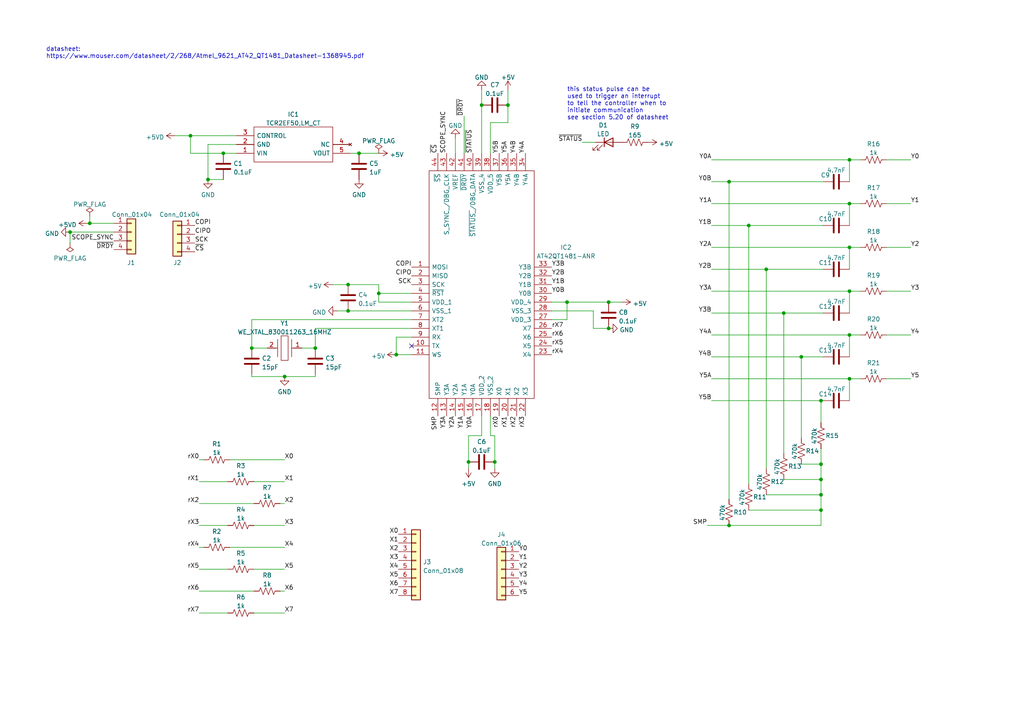
<source format=kicad_sch>
(kicad_sch (version 20211123) (generator eeschema)
  (paper "A4")
  (lib_symbols
    (symbol "Connector_Generic:Conn_01x04" (pin_names (offset 1.016) hide)
      (property "Reference" "J" (at 0 5.08 0))
      (property "Value" "Conn_01x04" (at 0 -7.62 0))
      (symbol "Conn_01x04_1_1"
        (rectangle (start -1.27 -4.953) (end 0 -5.207) (stroke (width 0.1524)))
        (rectangle (start -1.27 -2.413) (end 0 -2.667) (stroke (width 0.1524)))
        (rectangle (start -1.27 0.127) (end 0 -0.127) (stroke (width 0.1524)))
        (rectangle (start -1.27 2.667) (end 0 2.413) (stroke (width 0.1524)))
        (rectangle (start -1.27 3.81) (end 1.27 -6.35) (stroke (width 0.254)) (fill (type background)))
        (pin passive line (at -5.08 2.54 0) (length 3.81) (name "Pin_1") (number "1"))
        (pin passive line (at -5.08 0 0) (length 3.81) (name "Pin_2") (number "2"))
        (pin passive line (at -5.08 -2.54 0) (length 3.81) (name "Pin_3") (number "3"))
        (pin passive line (at -5.08 -5.08 0) (length 3.81) (name "Pin_4") (number "4"))
      )
    )
    (symbol "Connector_Generic:Conn_01x06" (pin_names (offset 1.016) hide)
      (property "Reference" "J" (at 0 7.62 0))
      (property "Value" "Conn_01x06" (at 0 -10.16 0))
      (symbol "Conn_01x06_1_1"
        (rectangle (start -1.27 -7.493) (end 0 -7.747) (stroke (width 0.1524)))
        (rectangle (start -1.27 -4.953) (end 0 -5.207) (stroke (width 0.1524)))
        (rectangle (start -1.27 -2.413) (end 0 -2.667) (stroke (width 0.1524)))
        (rectangle (start -1.27 0.127) (end 0 -0.127) (stroke (width 0.1524)))
        (rectangle (start -1.27 2.667) (end 0 2.413) (stroke (width 0.1524)))
        (rectangle (start -1.27 5.207) (end 0 4.953) (stroke (width 0.1524)))
        (rectangle (start -1.27 6.35) (end 1.27 -8.89) (stroke (width 0.254)) (fill (type background)))
        (pin passive line (at -5.08 5.08 0) (length 3.81) (name "Pin_1") (number "1"))
        (pin passive line (at -5.08 2.54 0) (length 3.81) (name "Pin_2") (number "2"))
        (pin passive line (at -5.08 0 0) (length 3.81) (name "Pin_3") (number "3"))
        (pin passive line (at -5.08 -2.54 0) (length 3.81) (name "Pin_4") (number "4"))
        (pin passive line (at -5.08 -5.08 0) (length 3.81) (name "Pin_5") (number "5"))
        (pin passive line (at -5.08 -7.62 0) (length 3.81) (name "Pin_6") (number "6"))
      )
    )
    (symbol "Connector_Generic:Conn_01x08" (pin_names (offset 1.016) hide)
      (property "Reference" "J" (at 0 10.16 0))
      (property "Value" "Conn_01x08" (at 0 -12.7 0))
      (symbol "Conn_01x08_1_1"
        (rectangle (start -1.27 -10.033) (end 0 -10.287) (stroke (width 0.1524)))
        (rectangle (start -1.27 -7.493) (end 0 -7.747) (stroke (width 0.1524)))
        (rectangle (start -1.27 -4.953) (end 0 -5.207) (stroke (width 0.1524)))
        (rectangle (start -1.27 -2.413) (end 0 -2.667) (stroke (width 0.1524)))
        (rectangle (start -1.27 0.127) (end 0 -0.127) (stroke (width 0.1524)))
        (rectangle (start -1.27 2.667) (end 0 2.413) (stroke (width 0.1524)))
        (rectangle (start -1.27 5.207) (end 0 4.953) (stroke (width 0.1524)))
        (rectangle (start -1.27 7.747) (end 0 7.493) (stroke (width 0.1524)))
        (rectangle (start -1.27 8.89) (end 1.27 -11.43) (stroke (width 0.254)) (fill (type background)))
        (pin passive line (at -5.08 7.62 0) (length 3.81) (name "Pin_1") (number "1"))
        (pin passive line (at -5.08 5.08 0) (length 3.81) (name "Pin_2") (number "2"))
        (pin passive line (at -5.08 2.54 0) (length 3.81) (name "Pin_3") (number "3"))
        (pin passive line (at -5.08 0 0) (length 3.81) (name "Pin_4") (number "4"))
        (pin passive line (at -5.08 -2.54 0) (length 3.81) (name "Pin_5") (number "5"))
        (pin passive line (at -5.08 -5.08 0) (length 3.81) (name "Pin_6") (number "6"))
        (pin passive line (at -5.08 -7.62 0) (length 3.81) (name "Pin_7") (number "7"))
        (pin passive line (at -5.08 -10.16 0) (length 3.81) (name "Pin_8") (number "8"))
      )
    )
    (symbol "Device:C" (pin_numbers hide) (pin_names (offset 0.254))
      (property "Reference" "C" (at 0.635 2.54 0))
      (property "Value" "C" (at 0.635 -2.54 0))
      (symbol "C_0_1"
        (polyline (pts (xy -2.032 -0.762) (xy 2.032 -0.762)) (stroke (width 0.508)))
        (polyline (pts (xy -2.032 0.762) (xy 2.032 0.762)) (stroke (width 0.508)))
      )
      (symbol "C_1_1"
        (pin passive line (at 0 3.81 270) (length 2.794) (name "~") (number "1"))
        (pin passive line (at 0 -3.81 90) (length 2.794) (name "~") (number "2"))
      )
    )
    (symbol "Device:LED" (pin_numbers hide) (pin_names (offset 1.016) hide)
      (property "Reference" "D" (at 0 2.54 0))
      (property "Value" "LED" (at 0 -2.54 0))
      (symbol "LED_0_1"
        (polyline (pts (xy -1.27 -1.27) (xy -1.27 1.27)) (stroke (width 0.254)))
        (polyline (pts (xy -1.27 0) (xy 1.27 0)))
        (polyline (pts (xy 1.27 -1.27) (xy 1.27 1.27) (xy -1.27 0) (xy 1.27 -1.27)) (stroke (width 0.254)))
        (polyline (pts (xy -3.048 -0.762) (xy -4.572 -2.286) (xy -3.81 -2.286) (xy -4.572 -2.286) (xy -4.572 -1.524)))
        (polyline (pts (xy -1.778 -0.762) (xy -3.302 -2.286) (xy -2.54 -2.286) (xy -3.302 -2.286) (xy -3.302 -1.524)))
      )
      (symbol "LED_1_1"
        (pin passive line (at -3.81 0 0) (length 2.54) (name "K") (number "1"))
        (pin passive line (at 3.81 0 180) (length 2.54) (name "A") (number "2"))
      )
    )
    (symbol "Device:R_US" (pin_numbers hide) (pin_names (offset 0))
      (property "Reference" "R" (at 2.54 0 90))
      (property "Value" "R_US" (at -2.54 0 90))
      (symbol "R_US_0_1"
        (polyline (pts (xy 0 -2.286) (xy 0 -2.54)))
        (polyline (pts (xy 0 2.286) (xy 0 2.54)))
        (polyline (pts (xy 0 -0.762) (xy 1.016 -1.143) (xy 0 -1.524) (xy -1.016 -1.905) (xy 0 -2.286)))
        (polyline (pts (xy 0 0.762) (xy 1.016 0.381) (xy 0 0) (xy -1.016 -0.381) (xy 0 -0.762)))
        (polyline (pts (xy 0 2.286) (xy 1.016 1.905) (xy 0 1.524) (xy -1.016 1.143) (xy 0 0.762)))
      )
      (symbol "R_US_1_1"
        (pin passive line (at 0 3.81 270) (length 1.27) (name "~") (number "1"))
        (pin passive line (at 0 -3.81 90) (length 1.27) (name "~") (number "2"))
      )
    )
    (symbol "asmr-kicad:AT42QT1481-ANR" (pin_names (offset 0.762))
      (property "Reference" "IC" (at 36.83 33.02 0))
      (property "Value" "AT42QT1481-ANR" (at 36.83 30.48 0))
      (symbol "AT42QT1481-ANR_0_0"
        (pin passive line (at 0 0 0) (length 5.08) (name "MOSI") (number "1"))
        (pin passive line (at 0 -22.86 0) (length 5.08) (name "TX") (number "10"))
        (pin passive line (at 0 -25.4 0) (length 5.08) (name "WS") (number "11"))
        (pin passive line (at 7.62 -43.18 90) (length 5.08) (name "SMP") (number "12"))
        (pin passive line (at 10.16 -43.18 90) (length 5.08) (name "Y3A") (number "13"))
        (pin passive line (at 12.7 -43.18 90) (length 5.08) (name "Y2A") (number "14"))
        (pin passive line (at 15.24 -43.18 90) (length 5.08) (name "Y1A") (number "15"))
        (pin passive line (at 17.78 -43.18 90) (length 5.08) (name "Y0A") (number "16"))
        (pin passive line (at 20.32 -43.18 90) (length 5.08) (name "VDD_2") (number "17"))
        (pin passive line (at 22.86 -43.18 90) (length 5.08) (name "VSS_2") (number "18"))
        (pin passive line (at 25.4 -43.18 90) (length 5.08) (name "X0") (number "19"))
        (pin passive line (at 0 -2.54 0) (length 5.08) (name "MISO") (number "2"))
        (pin passive line (at 27.94 -43.18 90) (length 5.08) (name "X1") (number "20"))
        (pin passive line (at 30.48 -43.18 90) (length 5.08) (name "X2") (number "21"))
        (pin passive line (at 33.02 -43.18 90) (length 5.08) (name "X3") (number "22"))
        (pin passive line (at 40.64 -25.4 180) (length 5.08) (name "X4") (number "23"))
        (pin passive line (at 40.64 -22.86 180) (length 5.08) (name "X5") (number "24"))
        (pin passive line (at 40.64 -20.32 180) (length 5.08) (name "X6") (number "25"))
        (pin passive line (at 40.64 -17.78 180) (length 5.08) (name "X7") (number "26"))
        (pin passive line (at 40.64 -15.24 180) (length 5.08) (name "VDD_3") (number "27"))
        (pin passive line (at 40.64 -12.7 180) (length 5.08) (name "VSS_3") (number "28"))
        (pin passive line (at 40.64 -10.16 180) (length 5.08) (name "VDD_4") (number "29"))
        (pin passive line (at 0 -5.08 0) (length 5.08) (name "SCK") (number "3"))
        (pin passive line (at 40.64 -7.62 180) (length 5.08) (name "Y0B") (number "30"))
        (pin passive line (at 40.64 -5.08 180) (length 5.08) (name "Y1B") (number "31"))
        (pin passive line (at 40.64 -2.54 180) (length 5.08) (name "Y2B") (number "32"))
        (pin passive line (at 40.64 0 180) (length 5.08) (name "Y3B") (number "33"))
        (pin passive line (at 33.02 33.02 270) (length 5.08) (name "Y4A") (number "34"))
        (pin passive line (at 30.48 33.02 270) (length 5.08) (name "Y4B") (number "35"))
        (pin passive line (at 27.94 33.02 270) (length 5.08) (name "Y5A") (number "36"))
        (pin passive line (at 25.4 33.02 270) (length 5.08) (name "Y5B") (number "37"))
        (pin passive line (at 22.86 33.02 270) (length 5.08) (name "VDD_5") (number "38"))
        (pin passive line (at 20.32 33.02 270) (length 5.08) (name "VSS_4") (number "39"))
        (pin passive line (at 0 -7.62 0) (length 5.08) (name "~{RST}") (number "4"))
        (pin passive line (at 17.78 33.02 270) (length 5.08) (name "~{STATUS_}/DBG_DATA") (number "40"))
        (pin passive line (at 15.24 33.02 270) (length 5.08) (name "~{DRDY}") (number "41"))
        (pin passive line (at 12.7 33.02 270) (length 5.08) (name "VREF") (number "42"))
        (pin passive line (at 10.16 33.02 270) (length 5.08) (name "S_SYNC_/DBG_CLK") (number "43"))
        (pin passive line (at 7.62 33.02 270) (length 5.08) (name "~{SS}") (number "44"))
        (pin passive line (at 0 -10.16 0) (length 5.08) (name "VDD_1") (number "5"))
        (pin passive line (at 0 -12.7 0) (length 5.08) (name "VSS_1") (number "6"))
        (pin passive line (at 0 -15.24 0) (length 5.08) (name "XT2") (number "7"))
        (pin passive line (at 0 -17.78 0) (length 5.08) (name "XT1") (number "8"))
        (pin passive line (at 0 -20.32 0) (length 5.08) (name "RX") (number "9"))
      )
      (symbol "AT42QT1481-ANR_0_1"
        (polyline (pts (xy 5.08 27.94) (xy 35.56 27.94) (xy 35.56 -38.1) (xy 5.08 -38.1) (xy 5.08 27.94)) (stroke (width 0.1524)))
      )
    )
    (symbol "asmr-kicad:TCR2EF50,LM_CT" (pin_names (offset 0.762))
      (property "Reference" "IC" (at 29.21 7.62 0))
      (property "Value" "TCR2EF50,LM_CT" (at 29.21 5.08 0))
      (symbol "TCR2EF50,LM_CT_0_0"
        (pin passive line (at 0 0 0) (length 5.08) (name "VIN") (number "1"))
        (pin passive line (at 0 -2.54 0) (length 5.08) (name "GND") (number "2"))
        (pin passive line (at 0 -5.08 0) (length 5.08) (name "CONTROL") (number "3"))
        (pin no_connect line (at 33.02 -2.54 180) (length 5.08) (name "NC") (number "4"))
        (pin passive line (at 33.02 0 180) (length 5.08) (name "VOUT") (number "5"))
      )
      (symbol "TCR2EF50,LM_CT_0_1"
        (polyline (pts (xy 5.08 2.54) (xy 27.94 2.54) (xy 27.94 -7.62) (xy 5.08 -7.62) (xy 5.08 2.54)) (stroke (width 0.1524)))
      )
    )
    (symbol "asmr-kicad:WE_XTAL_830011263_16MHZ" (pin_names (offset 0.762))
      (property "Reference" "Y" (at 8.89 6.35 0))
      (property "Value" "WE_XTAL_830011263_16MHZ" (at 8.89 3.81 0))
      (symbol "WE_XTAL_830011263_16MHZ_0_0"
        (pin passive line (at 10.16 0 180) (length 2.54) (name "~") (number "1"))
        (pin passive line (at 0 0 0) (length 2.54) (name "~") (number "2"))
      )
      (symbol "WE_XTAL_830011263_16MHZ_0_1"
        (polyline (pts (xy 3.048 0) (xy 2.54 0)) (stroke (width 0.1524)))
        (polyline (pts (xy 3.048 2.54) (xy 3.048 -2.54)) (stroke (width 0.1524)))
        (polyline (pts (xy 7.112 0) (xy 7.62 0)) (stroke (width 0.1524)))
        (polyline (pts (xy 7.112 2.54) (xy 7.112 -2.54)) (stroke (width 0.1524)))
        (polyline (pts (xy 4.064 3.556) (xy 4.064 -3.556) (xy 6.096 -3.556) (xy 6.096 3.556) (xy 4.064 3.556)) (stroke (width 0.1524)))
      )
    )
    (symbol "power:+5V" (power) (pin_names (offset 0))
      (property "Value" "+5V" (at 0 3.556 0))
      (symbol "+5V_0_1"
        (polyline (pts (xy -0.762 1.27) (xy 0 2.54)))
        (polyline (pts (xy 0 0) (xy 0 2.54)))
        (polyline (pts (xy 0 2.54) (xy 0.762 1.27)))
      )
      (symbol "+5V_1_1"
        (pin power_in line (at 0 0 90) (length 0) hide (name "+5V") (number "1"))
      )
    )
    (symbol "power:+5VD" (power) (pin_names (offset 0))
      (property "Value" "+5VD" (at 0 3.556 0))
      (symbol "+5VD_0_1"
        (polyline (pts (xy -0.762 1.27) (xy 0 2.54)))
        (polyline (pts (xy 0 0) (xy 0 2.54)))
        (polyline (pts (xy 0 2.54) (xy 0.762 1.27)))
      )
      (symbol "+5VD_1_1"
        (pin power_in line (at 0 0 90) (length 0) hide (name "+5VD") (number "1"))
      )
    )
    (symbol "power:GND" (power) (pin_names (offset 0))
      (property "Value" "GND" (at 0 -3.81 0))
      (symbol "GND_0_1"
        (polyline (pts (xy 0 0) (xy 0 -1.27) (xy 1.27 -1.27) (xy 0 -2.54) (xy -1.27 -1.27) (xy 0 -1.27)))
      )
      (symbol "GND_1_1"
        (pin power_in line (at 0 0 270) (length 0) hide (name "GND") (number "1"))
      )
    )
    (symbol "power:PWR_FLAG" (power) (pin_numbers hide) (pin_names (offset 0) hide)
      (property "Value" "PWR_FLAG" (at 0 3.81 0))
      (symbol "PWR_FLAG_0_0"
        (pin power_out line (at 0 0 90) (length 0) (name "pwr") (number "1"))
      )
      (symbol "PWR_FLAG_0_1"
        (polyline (pts (xy 0 0) (xy 0 1.27) (xy -1.016 1.905) (xy 0 2.54) (xy 1.016 1.905) (xy 0 1.27)))
      )
    )
  )
  (junction (at 143.51 133.985))
  (junction (at 238.125 147.955))
  (junction (at 246.38 46.355))
  (junction (at 246.38 71.755))
  (junction (at 135.89 133.985))
  (junction (at 176.53 95.25))
  (junction (at 238.125 134.62))
  (junction (at 238.125 139.065))
  (junction (at 100.965 82.55))
  (junction (at 64.77 44.45))
  (junction (at 55.245 39.37))
  (junction (at 222.25 78.105))
  (junction (at 139.7 30.48))
  (junction (at 100.965 90.17))
  (junction (at 147.32 30.48))
  (junction (at 211.455 152.4))
  (junction (at 246.38 109.855))
  (junction (at 246.38 97.155))
  (junction (at 227.33 90.805))
  (junction (at 60.325 52.07))
  (junction (at 238.125 143.51))
  (junction (at 217.17 65.405))
  (junction (at 82.55 109.22))
  (junction (at 246.38 59.055))
  (junction (at 238.125 116.205))
  (junction (at 104.14 44.45))
  (junction (at 232.41 103.505))
  (junction (at 114.935 102.87))
  (junction (at 109.855 85.09))
  (junction (at 26.035 64.77))
  (junction (at 73.025 100.965))
  (junction (at 246.38 84.455))
  (junction (at 164.465 87.63))
  (junction (at 176.53 87.63))
  (junction (at 20.32 67.31))
  (junction (at 91.44 100.965))
  (junction (at 211.455 52.705))
  (no_connect (at 119.38 100.33))
  (wire (pts (xy 206.375 52.705) (xy 211.455 52.705)))
  (wire (pts (xy 96.52 82.55) (xy 100.965 82.55)))
  (wire (pts (xy 147.32 30.48) (xy 147.32 35.56)))
  (wire (pts (xy 57.785 139.7) (xy 66.04 139.7)))
  (wire (pts (xy 257.175 84.455) (xy 264.16 84.455)))
  (wire (pts (xy 222.25 143.51) (xy 238.125 143.51)))
  (wire (pts (xy 172.085 90.17) (xy 172.085 95.25)))
  (wire (pts (xy 246.38 109.855) (xy 249.555 109.855)))
  (wire (pts (xy 20.32 67.31) (xy 33.02 67.31)))
  (wire (pts (xy 60.325 41.91) (xy 60.325 52.07)))
  (wire (pts (xy 246.38 46.355) (xy 246.38 52.705)))
  (wire (pts (xy 206.375 78.105) (xy 222.25 78.105)))
  (wire (pts (xy 160.02 87.63) (xy 164.465 87.63)))
  (wire (pts (xy 55.245 39.37) (xy 68.58 39.37)))
  (wire (pts (xy 73.66 152.4) (xy 82.55 152.4)))
  (wire (pts (xy 109.855 87.63) (xy 119.38 87.63)))
  (wire (pts (xy 50.8 39.37) (xy 55.245 39.37)))
  (wire (pts (xy 91.44 95.25) (xy 119.38 95.25)))
  (wire (pts (xy 81.28 146.05) (xy 82.55 146.05)))
  (wire (pts (xy 100.965 90.17) (xy 119.38 90.17)))
  (wire (pts (xy 206.375 59.055) (xy 246.38 59.055)))
  (wire (pts (xy 238.125 152.4) (xy 238.125 147.955)))
  (wire (pts (xy 227.33 139.065) (xy 238.125 139.065)))
  (wire (pts (xy 73.66 165.1) (xy 82.55 165.1)))
  (wire (pts (xy 57.785 158.75) (xy 59.055 158.75)))
  (wire (pts (xy 246.38 109.855) (xy 246.38 116.205)))
  (wire (pts (xy 142.24 126.365) (xy 142.24 120.65)))
  (wire (pts (xy 143.51 133.985) (xy 143.51 135.89)))
  (wire (pts (xy 64.77 44.45) (xy 68.58 44.45)))
  (wire (pts (xy 73.025 100.965) (xy 77.47 100.965)))
  (wire (pts (xy 238.125 134.62) (xy 238.125 139.065)))
  (wire (pts (xy 109.855 82.55) (xy 109.855 85.09)))
  (wire (pts (xy 147.32 35.56) (xy 142.24 35.56)))
  (wire (pts (xy 68.58 41.91) (xy 60.325 41.91)))
  (wire (pts (xy 211.455 52.705) (xy 238.76 52.705)))
  (wire (pts (xy 257.175 59.055) (xy 264.16 59.055)))
  (wire (pts (xy 97.79 90.17) (xy 100.965 90.17)))
  (wire (pts (xy 139.7 26.035) (xy 139.7 30.48)))
  (wire (pts (xy 257.175 46.355) (xy 264.16 46.355)))
  (wire (pts (xy 227.33 90.805) (xy 227.33 131.445)))
  (wire (pts (xy 206.375 109.855) (xy 246.38 109.855)))
  (wire (pts (xy 109.855 85.09) (xy 109.855 87.63)))
  (wire (pts (xy 109.855 85.09) (xy 119.38 85.09)))
  (wire (pts (xy 238.125 116.205) (xy 238.76 116.205)))
  (wire (pts (xy 246.38 97.155) (xy 246.38 103.505)))
  (wire (pts (xy 246.38 46.355) (xy 249.555 46.355)))
  (wire (pts (xy 211.455 152.4) (xy 238.125 152.4)))
  (wire (pts (xy 246.38 59.055) (xy 249.555 59.055)))
  (wire (pts (xy 142.24 35.56) (xy 142.24 44.45)))
  (wire (pts (xy 160.02 90.17) (xy 172.085 90.17)))
  (wire (pts (xy 238.125 147.955) (xy 238.125 143.51)))
  (wire (pts (xy 222.25 78.105) (xy 238.76 78.105)))
  (wire (pts (xy 81.28 171.45) (xy 82.55 171.45)))
  (wire (pts (xy 134.62 33.655) (xy 134.62 44.45)))
  (wire (pts (xy 114.935 97.79) (xy 114.935 102.87)))
  (wire (pts (xy 172.085 95.25) (xy 176.53 95.25)))
  (wire (pts (xy 57.785 171.45) (xy 73.66 171.45)))
  (wire (pts (xy 246.38 71.755) (xy 246.38 78.105)))
  (wire (pts (xy 57.785 146.05) (xy 73.66 146.05)))
  (wire (pts (xy 73.025 109.22) (xy 73.025 108.585)))
  (wire (pts (xy 206.375 84.455) (xy 246.38 84.455)))
  (wire (pts (xy 104.14 44.45) (xy 109.855 44.45)))
  (wire (pts (xy 66.675 133.35) (xy 82.55 133.35)))
  (wire (pts (xy 26.035 62.865) (xy 26.035 64.77)))
  (wire (pts (xy 132.08 40.005) (xy 132.08 44.45)))
  (wire (pts (xy 217.17 147.955) (xy 238.125 147.955)))
  (wire (pts (xy 135.89 126.365) (xy 135.89 133.985)))
  (wire (pts (xy 176.53 87.63) (xy 180.34 87.63)))
  (wire (pts (xy 206.375 103.505) (xy 232.41 103.505)))
  (wire (pts (xy 73.66 177.8) (xy 82.55 177.8)))
  (wire (pts (xy 206.375 97.155) (xy 246.38 97.155)))
  (wire (pts (xy 246.38 84.455) (xy 249.555 84.455)))
  (wire (pts (xy 60.325 52.07) (xy 64.77 52.07)))
  (wire (pts (xy 168.91 41.275) (xy 172.72 41.275)))
  (wire (pts (xy 91.44 100.965) (xy 91.44 95.25)))
  (wire (pts (xy 73.025 92.71) (xy 119.38 92.71)))
  (wire (pts (xy 119.38 97.79) (xy 114.935 97.79)))
  (wire (pts (xy 206.375 71.755) (xy 246.38 71.755)))
  (wire (pts (xy 205.105 152.4) (xy 211.455 152.4)))
  (wire (pts (xy 26.035 64.77) (xy 33.02 64.77)))
  (wire (pts (xy 238.125 116.205) (xy 238.125 122.555)))
  (wire (pts (xy 164.465 87.63) (xy 176.53 87.63)))
  (wire (pts (xy 91.44 108.585) (xy 91.44 109.22)))
  (wire (pts (xy 246.38 84.455) (xy 246.38 90.805)))
  (wire (pts (xy 25.4 64.77) (xy 26.035 64.77)))
  (wire (pts (xy 227.33 90.805) (xy 238.76 90.805)))
  (wire (pts (xy 143.51 126.365) (xy 142.24 126.365)))
  (wire (pts (xy 217.17 65.405) (xy 217.17 140.335)))
  (wire (pts (xy 206.375 90.805) (xy 227.33 90.805)))
  (wire (pts (xy 91.44 100.965) (xy 87.63 100.965)))
  (wire (pts (xy 160.02 92.71) (xy 164.465 92.71)))
  (wire (pts (xy 257.175 71.755) (xy 264.16 71.755)))
  (wire (pts (xy 246.38 71.755) (xy 249.555 71.755)))
  (wire (pts (xy 217.17 65.405) (xy 238.76 65.405)))
  (wire (pts (xy 238.125 139.065) (xy 238.125 143.51)))
  (wire (pts (xy 246.38 59.055) (xy 246.38 65.405)))
  (wire (pts (xy 139.7 30.48) (xy 139.7 44.45)))
  (wire (pts (xy 100.965 82.55) (xy 109.855 82.55)))
  (wire (pts (xy 232.41 103.505) (xy 238.76 103.505)))
  (wire (pts (xy 57.785 152.4) (xy 66.04 152.4)))
  (wire (pts (xy 206.375 46.355) (xy 246.38 46.355)))
  (wire (pts (xy 232.41 103.505) (xy 232.41 127)))
  (wire (pts (xy 211.455 52.705) (xy 211.455 144.78)))
  (wire (pts (xy 222.25 78.105) (xy 222.25 135.89)))
  (wire (pts (xy 257.175 97.155) (xy 264.16 97.155)))
  (wire (pts (xy 246.38 97.155) (xy 249.555 97.155)))
  (wire (pts (xy 206.375 65.405) (xy 217.17 65.405)))
  (wire (pts (xy 73.66 139.7) (xy 82.55 139.7)))
  (wire (pts (xy 82.55 109.22) (xy 73.025 109.22)))
  (wire (pts (xy 143.51 133.985) (xy 143.51 126.365)))
  (wire (pts (xy 139.7 126.365) (xy 139.7 120.65)))
  (wire (pts (xy 135.89 126.365) (xy 139.7 126.365)))
  (wire (pts (xy 57.785 133.35) (xy 59.055 133.35)))
  (wire (pts (xy 73.025 100.965) (xy 73.025 92.71)))
  (wire (pts (xy 238.125 130.175) (xy 238.125 134.62)))
  (wire (pts (xy 101.6 44.45) (xy 104.14 44.45)))
  (wire (pts (xy 238.125 134.62) (xy 232.41 134.62)))
  (wire (pts (xy 66.675 158.75) (xy 82.55 158.75)))
  (wire (pts (xy 57.785 177.8) (xy 66.04 177.8)))
  (wire (pts (xy 164.465 92.71) (xy 164.465 87.63)))
  (wire (pts (xy 257.175 109.855) (xy 264.16 109.855)))
  (wire (pts (xy 206.375 116.205) (xy 238.125 116.205)))
  (wire (pts (xy 64.77 44.45) (xy 55.245 44.45)))
  (wire (pts (xy 114.935 102.87) (xy 119.38 102.87)))
  (wire (pts (xy 135.89 133.985) (xy 135.89 135.89)))
  (wire (pts (xy 147.32 26.035) (xy 147.32 30.48)))
  (wire (pts (xy 91.44 109.22) (xy 82.55 109.22)))
  (wire (pts (xy 20.32 67.31) (xy 20.32 70.485)))
  (wire (pts (xy 55.245 44.45) (xy 55.245 39.37)))
  (wire (pts (xy 57.785 165.1) (xy 66.04 165.1)))
  (text "this status pulse can be\nused to trigger an interrupt\nto tell the controller when to\ninitiate communication\nsee section 5.20 of datasheet" (at 164.465 34.925 0) (effects (font (size 1.27 1.27)) (justify left bottom)))
  (text "datasheet:\nhttps://www.mouser.com/datasheet/2/268/Atmel_9621_AT42_QT1481_Datasheet-1368945.pdf" (at 13.335 17.145 0) (effects (font (size 1.27 1.27)) (justify left bottom)))
  (label "Y5B" (at 206.375 116.205 180))
  (label "Y1" (at 150.495 162.56 0))
  (label "X0" (at 115.57 154.94 180))
  (label "Y2A" (at 206.375 71.755 180))
  (label "X6" (at 82.55 171.45 0))
  (label "Y5" (at 264.16 109.855 0))
  (label "rX6" (at 160.02 97.79 0))
  (label "rX5" (at 57.785 165.1 180))
  (label "SCK" (at 56.515 70.485 0))
  (label "~{STATUS}" (at 168.91 41.275 180))
  (label "Y5A" (at 206.375 109.855 180))
  (label "X4" (at 115.57 165.1 180))
  (label "Y0B" (at 206.375 52.705 180))
  (label "~{CS}" (at 127 44.45 90))
  (label "Y2B" (at 206.375 78.105 180))
  (label "rX4" (at 160.02 102.87 0))
  (label "X2" (at 82.55 146.05 0))
  (label "~{DRDY}" (at 33.02 72.39 180))
  (label "Y3" (at 150.495 167.64 0))
  (label "CIPO" (at 119.38 80.01 180))
  (label "Y1A" (at 206.375 59.055 180))
  (label "rX3" (at 152.4 120.65 270))
  (label "Y1" (at 264.16 59.055 0))
  (label "SMP" (at 127 120.65 270))
  (label "Y2" (at 150.495 165.1 0))
  (label "SCOPE_SYNC" (at 33.02 69.85 180))
  (label "Y4B" (at 206.375 103.505 180))
  (label "X2" (at 115.57 160.02 180))
  (label "Y3" (at 264.16 84.455 0))
  (label "Y4" (at 150.495 170.18 0))
  (label "X7" (at 82.55 177.8 0))
  (label "Y5A" (at 147.32 44.45 90))
  (label "Y4A" (at 152.4 44.45 90))
  (label "rX7" (at 160.02 95.25 0))
  (label "X4" (at 82.55 158.75 0))
  (label "rX4" (at 57.785 158.75 180))
  (label "Y0B" (at 160.02 85.09 0))
  (label "rX2" (at 57.785 146.05 180))
  (label "~{STATUS}" (at 137.16 44.45 90))
  (label "rX3" (at 57.785 152.4 180))
  (label "rX2" (at 149.86 120.65 270))
  (label "X5" (at 115.57 167.64 180))
  (label "rX6" (at 57.785 171.45 180))
  (label "~{DRDY}" (at 134.62 33.655 90))
  (label "COPI" (at 56.515 65.405 0))
  (label "Y0A" (at 137.16 120.65 270))
  (label "rX1" (at 57.785 139.7 180))
  (label "X6" (at 115.57 170.18 180))
  (label "X3" (at 115.57 162.56 180))
  (label "Y5" (at 150.495 172.72 0))
  (label "X0" (at 82.55 133.35 0))
  (label "Y5B" (at 144.78 44.45 90))
  (label "Y0A" (at 206.375 46.355 180))
  (label "rX5" (at 160.02 100.33 0))
  (label "Y3B" (at 206.375 90.805 180))
  (label "Y2A" (at 132.08 120.65 270))
  (label "Y1B" (at 206.375 65.405 180))
  (label "Y0" (at 150.495 160.02 0))
  (label "Y3B" (at 160.02 77.47 0))
  (label "SCOPE_SYNC" (at 129.54 44.45 90))
  (label "rX0" (at 57.785 133.35 180))
  (label "~{CS}" (at 56.515 73.025 0))
  (label "Y4" (at 264.16 97.155 0))
  (label "Y0" (at 264.16 46.355 0))
  (label "Y2" (at 264.16 71.755 0))
  (label "Y1A" (at 134.62 120.65 270))
  (label "Y4A" (at 206.375 97.155 180))
  (label "rX0" (at 144.78 120.65 270))
  (label "CIPO" (at 56.515 67.945 0))
  (label "Y4B" (at 149.86 44.45 90))
  (label "X1" (at 82.55 139.7 0))
  (label "rX1" (at 147.32 120.65 270))
  (label "COPI" (at 119.38 77.47 180))
  (label "Y3A" (at 129.54 120.65 270))
  (label "Y2B" (at 160.02 80.01 0))
  (label "Y3A" (at 206.375 84.455 180))
  (label "X3" (at 82.55 152.4 0))
  (label "SCK" (at 119.38 82.55 180))
  (label "X5" (at 82.55 165.1 0))
  (label "X7" (at 115.57 172.72 180))
  (label "rX7" (at 57.785 177.8 180))
  (label "Y1B" (at 160.02 82.55 0))
  (label "X1" (at 115.57 157.48 180))
  (label "SMP" (at 205.105 152.4 180))
  (symbol (lib_id "Connector_Generic:Conn_01x08") (at 120.65 162.56 0) (unit 1)
    (property "Reference" "J3" (at 122.682 162.9953 0) (effects (justify left)))
    (property "Value" "Conn_01x08" (at 122.682 165.5322 0) (effects (justify left)))
    (property "Footprint" "Connector_PinSocket_2.54mm:PinSocket_1x08_P2.54mm_Vertical" (effects hide))
  )
  (symbol (lib_id "power:GND") (at 104.14 52.07 0) (unit 1)
    (property "Reference" "#PWR08" (effects hide))
    (property "Value" "GND" (at 104.14 56.5134 0))
  )
  (symbol (lib_id "power:GND") (at 97.79 90.17 270) (unit 1)
    (property "Reference" "#PWR07" (effects hide))
    (property "Value" "GND" (at 94.6151 90.6038 90) (effects (justify right)))
  )
  (symbol (lib_id "asmr-kicad:WE_XTAL_830011263_16MHZ") (at 77.47 100.965 0) (unit 1)
    (property "Reference" "Y1" (at 82.55 93.76 0))
    (property "Value" "WE_XTAL_830011263_16MHZ" (at 82.55 96.2969 0))
    (property "Footprint" "ASMR_footprints:WE_XTAL_830011263_16MHZ" (effects hide))
    (property "Datasheet" "https://www.we-online.com/catalog/datasheet/830011263.pdf" (effects hide))
    (property "Description" "Crystals WE-XTAL 16.0MHz 50ppm 13.4 x 4.9mm" (effects hide))
    (property "Height" "4.3" (effects hide))
    (property "Mouser Part Number" "710-830011263" (effects hide))
    (property "Mouser Price/Stock" "https://www.mouser.co.uk/ProductDetail/Wurth-Elektronik/830011263?qs=2WXlatMagcEJePdx2I%252BYCg%3D%3D" (effects hide))
    (property "Manufacturer_Name" "Wurth Elektronik" (effects hide))
    (property "Manufacturer_Part_Number" "830011263" (effects hide))
  )
  (symbol (lib_id "power:+5V") (at 180.34 87.63 270) (unit 1)
    (property "Reference" "#PWR017" (effects hide))
    (property "Value" "+5V" (at 183.515 88.0638 90) (effects (justify left)))
  )
  (symbol (lib_id "Device:C") (at 242.57 52.705 90) (unit 1)
    (property "Reference" "C9" (at 239.395 50.8 90))
    (property "Value" "4.7nF" (at 242.57 49.3831 90))
    (property "Footprint" "Capacitor_SMD:C_0603_1608Metric" (effects hide))
  )
  (symbol (lib_id "Device:LED") (at 176.53 41.275 0) (unit 1)
    (property "Reference" "D1" (at 174.9425 36.3052 0))
    (property "Value" "LED" (at 174.9425 38.8421 0))
    (property "Footprint" "LED_SMD:LED_0603_1608Metric" (effects hide))
  )
  (symbol (lib_id "power:GND") (at 132.08 40.005 180) (unit 1)
    (property "Reference" "#PWR011" (effects hide))
    (property "Value" "GND" (at 132.08 36.4292 0))
  )
  (symbol (lib_id "power:+5V") (at 96.52 82.55 90) (unit 1)
    (property "Reference" "#PWR06" (effects hide))
    (property "Value" "+5V" (at 93.3451 82.9838 90) (effects (justify left)))
  )
  (symbol (lib_id "Device:C") (at 64.77 48.26 0) (unit 1)
    (property "Reference" "C1" (at 67.691 47.4253 0) (effects (justify left)))
    (property "Value" "0.1uF" (at 67.691 49.9622 0) (effects (justify left)))
    (property "Footprint" "Capacitor_SMD:C_0603_1608Metric" (effects hide))
  )
  (symbol (lib_id "power:+5VD") (at 25.4 64.77 90) (unit 1)
    (property "Reference" "#PWR02" (effects hide))
    (property "Value" "+5VD" (at 22.2251 65.2038 90) (effects (justify left)))
  )
  (symbol (lib_id "Device:R_US") (at 69.85 139.7 90) (unit 1)
    (property "Reference" "R3" (at 69.85 135.1112 90))
    (property "Value" "1k" (at 69.85 137.6481 90))
    (property "Footprint" "Resistor_SMD:R_0603_1608Metric" (effects hide))
  )
  (symbol (lib_id "Device:R_US") (at 69.85 152.4 90) (unit 1)
    (property "Reference" "R4" (at 69.85 147.8112 90))
    (property "Value" "1k" (at 69.85 150.3481 90))
    (property "Footprint" "Resistor_SMD:R_0603_1608Metric" (effects hide))
  )
  (symbol (lib_id "power:+5V") (at 147.32 26.035 0) (unit 1)
    (property "Reference" "#PWR015" (effects hide))
    (property "Value" "+5V" (at 147.32 22.4592 0))
  )
  (symbol (lib_id "Device:C") (at 242.57 103.505 90) (unit 1)
    (property "Reference" "C13" (at 239.395 101.6 90))
    (property "Value" "4.7nF" (at 242.57 100.1831 90))
    (property "Footprint" "Capacitor_SMD:C_0603_1608Metric" (effects hide))
  )
  (symbol (lib_id "power:GND") (at 176.53 95.25 90) (unit 1)
    (property "Reference" "#PWR016" (effects hide))
    (property "Value" "GND" (at 179.705 95.6838 90) (effects (justify right)))
  )
  (symbol (lib_id "Device:R_US") (at 238.125 126.365 0) (unit 1)
    (property "Reference" "R15" (at 239.395 126.365 0) (effects (justify left)))
    (property "Value" "470k" (at 236.22 128.905 90) (effects (justify left)))
    (property "Footprint" "Resistor_SMD:R_0603_1608Metric" (effects hide))
  )
  (symbol (lib_id "Device:C") (at 100.965 86.36 0) (unit 1)
    (property "Reference" "C4" (at 103.886 85.5253 0) (effects (justify left)))
    (property "Value" "0.1uF" (at 103.886 88.0622 0) (effects (justify left)))
    (property "Footprint" "Capacitor_SMD:C_0603_1608Metric" (effects hide))
  )
  (symbol (lib_id "Device:R_US") (at 211.455 148.59 0) (unit 1)
    (property "Reference" "R10" (at 212.725 148.59 0) (effects (justify left)))
    (property "Value" "470k" (at 209.55 151.13 90) (effects (justify left)))
    (property "Footprint" "Resistor_SMD:R_0603_1608Metric" (effects hide))
  )
  (symbol (lib_id "power:+5V") (at 114.935 102.87 90) (unit 1)
    (property "Reference" "#PWR010" (effects hide))
    (property "Value" "+5V" (at 111.7601 103.3038 90) (effects (justify left)))
  )
  (symbol (lib_id "power:+5V") (at 187.96 41.275 270) (unit 1)
    (property "Reference" "#PWR018" (effects hide))
    (property "Value" "+5V" (at 191.135 41.7088 90) (effects (justify left)))
  )
  (symbol (lib_id "Device:R_US") (at 62.865 133.35 90) (unit 1)
    (property "Reference" "R1" (at 62.865 128.7612 90))
    (property "Value" "1k" (at 62.865 131.2981 90))
    (property "Footprint" "Resistor_SMD:R_0603_1608Metric" (effects hide))
  )
  (symbol (lib_id "power:+5V") (at 135.89 135.89 180) (unit 1)
    (property "Reference" "#PWR012" (effects hide))
    (property "Value" "+5V" (at 135.89 140.3334 0))
  )
  (symbol (lib_id "power:+5V") (at 109.855 44.45 270) (unit 1)
    (property "Reference" "#PWR09" (effects hide))
    (property "Value" "+5V" (at 113.03 44.8838 90) (effects (justify left)))
  )
  (symbol (lib_id "Device:C") (at 143.51 30.48 90) (unit 1)
    (property "Reference" "C7" (at 143.51 24.6212 90))
    (property "Value" "0.1uF" (at 143.51 27.1581 90))
    (property "Footprint" "Capacitor_SMD:C_0603_1608Metric" (effects hide))
  )
  (symbol (lib_id "power:GND") (at 20.32 67.31 270) (unit 1)
    (property "Reference" "#PWR01" (effects hide))
    (property "Value" "GND" (at 17.1451 67.7438 90) (effects (justify right)))
  )
  (symbol (lib_id "power:GND") (at 143.51 135.89 0) (unit 1)
    (property "Reference" "#PWR014" (effects hide))
    (property "Value" "GND" (at 143.51 140.3334 0))
  )
  (symbol (lib_id "Device:R_US") (at 253.365 97.155 90) (unit 1)
    (property "Reference" "R20" (at 253.365 92.5662 90))
    (property "Value" "1k" (at 253.365 95.1031 90))
    (property "Footprint" "Resistor_SMD:R_0603_1608Metric" (effects hide))
  )
  (symbol (lib_id "Device:C") (at 73.025 104.775 0) (unit 1)
    (property "Reference" "C2" (at 75.946 103.9403 0) (effects (justify left)))
    (property "Value" "15pF" (at 75.946 106.4772 0) (effects (justify left)))
    (property "Footprint" "Capacitor_SMD:C_0603_1608Metric" (effects hide))
  )
  (symbol (lib_id "Device:R_US") (at 77.47 146.05 90) (unit 1)
    (property "Reference" "R7" (at 77.47 141.4612 90))
    (property "Value" "1k" (at 77.47 143.9981 90))
    (property "Footprint" "Resistor_SMD:R_0603_1608Metric" (effects hide))
  )
  (symbol (lib_id "Device:C") (at 242.57 90.805 90) (unit 1)
    (property "Reference" "C12" (at 239.395 88.9 90))
    (property "Value" "4.7nF" (at 242.57 87.4831 90))
    (property "Footprint" "Capacitor_SMD:C_0603_1608Metric" (effects hide))
  )
  (symbol (lib_id "power:PWR_FLAG") (at 20.32 70.485 180) (unit 1)
    (property "Reference" "#FLG01" (effects hide))
    (property "Value" "PWR_FLAG" (at 20.32 74.9284 0))
  )
  (symbol (lib_id "Device:C") (at 242.57 65.405 90) (unit 1)
    (property "Reference" "C10" (at 239.395 63.5 90))
    (property "Value" "4.7nF" (at 242.57 62.0831 90))
    (property "Footprint" "Capacitor_SMD:C_0603_1608Metric" (effects hide))
  )
  (symbol (lib_id "power:GND") (at 60.325 52.07 0) (unit 1)
    (property "Reference" "#PWR04" (effects hide))
    (property "Value" "GND" (at 60.325 56.5134 0))
  )
  (symbol (lib_id "Device:R_US") (at 232.41 130.81 0) (unit 1)
    (property "Reference" "R14" (at 233.68 130.81 0) (effects (justify left)))
    (property "Value" "470k" (at 230.505 133.35 90) (effects (justify left)))
    (property "Footprint" "Resistor_SMD:R_0603_1608Metric" (effects hide))
  )
  (symbol (lib_id "Device:C") (at 242.57 116.205 90) (unit 1)
    (property "Reference" "C14" (at 239.395 114.3 90))
    (property "Value" "4.7nF" (at 242.57 112.8831 90))
    (property "Footprint" "Capacitor_SMD:C_0603_1608Metric" (effects hide))
  )
  (symbol (lib_id "Device:C") (at 104.14 48.26 0) (unit 1)
    (property "Reference" "C5" (at 107.061 47.4253 0) (effects (justify left)))
    (property "Value" "1uF" (at 107.061 49.9622 0) (effects (justify left)))
    (property "Footprint" "Capacitor_SMD:C_0603_1608Metric" (effects hide))
  )
  (symbol (lib_id "power:PWR_FLAG") (at 109.855 44.45 0) (unit 1)
    (property "Reference" "#FLG03" (effects hide))
    (property "Value" "PWR_FLAG" (at 109.855 40.8742 0))
  )
  (symbol (lib_id "asmr-kicad:TCR2EF50,LM_CT") (at 68.58 44.45 0) (mirror x) (unit 1)
    (property "Reference" "IC1" (at 85.09 33.181 0))
    (property "Value" "TCR2EF50,LM_CT" (at 85.09 35.7179 0))
    (property "Footprint" "ASMR_footprints:TCR2EF50LMCT" (effects hide))
    (property "Datasheet" "https://toshiba.semicon-storage.com/info/docget.jsp?did=13794&prodName=TCR2EF50" (effects hide))
    (property "Description" "LDO Voltage Regulators 200mA LDO, Vout=5.0V, Dropout=180mV, Iq=35uA, PSRR=73dB, in SOT-25 (SMV) package" (effects hide))
    (property "Height" "1.4" (effects hide))
    (property "Mouser Part Number" "757-TCR2EF50LMCT" (effects hide))
    (property "Mouser Price/Stock" "https://www.mouser.co.uk/ProductDetail/Toshiba/TCR2EF50LMCT?qs=bZr6mbWTK5m4vMduq2OXCA%3D%3D" (effects hide))
    (property "Manufacturer_Name" "Toshiba" (effects hide))
    (property "Manufacturer_Part_Number" "TCR2EF50,LM(CT" (effects hide))
  )
  (symbol (lib_id "Connector_Generic:Conn_01x04") (at 38.1 67.31 0) (unit 1)
    (property "Reference" "J1" (at 36.83 76.2 0) (effects (justify left)))
    (property "Value" "Conn_01x04" (at 32.385 62.23 0) (effects (justify left)))
    (property "Footprint" "Connector_PinHeader_2.54mm:PinHeader_1x04_P2.54mm_Vertical" (effects hide))
  )
  (symbol (lib_id "Device:R_US") (at 69.85 177.8 90) (unit 1)
    (property "Reference" "R6" (at 69.85 173.2112 90))
    (property "Value" "1k" (at 69.85 175.7481 90))
    (property "Footprint" "Resistor_SMD:R_0603_1608Metric" (effects hide))
  )
  (symbol (lib_id "Device:R_US") (at 217.17 144.145 0) (unit 1)
    (property "Reference" "R11" (at 218.44 144.145 0) (effects (justify left)))
    (property "Value" "470k" (at 215.265 146.685 90) (effects (justify left)))
    (property "Footprint" "Resistor_SMD:R_0603_1608Metric" (effects hide))
  )
  (symbol (lib_id "Device:R_US") (at 227.33 135.255 0) (unit 1)
    (property "Reference" "R13" (at 228.6 135.255 0) (effects (justify left)))
    (property "Value" "470k" (at 225.425 137.795 90) (effects (justify left)))
    (property "Footprint" "Resistor_SMD:R_0603_1608Metric" (effects hide))
  )
  (symbol (lib_id "Device:C") (at 242.57 78.105 90) (unit 1)
    (property "Reference" "C11" (at 239.395 76.2 90))
    (property "Value" "4.7nF" (at 242.57 74.7831 90))
    (property "Footprint" "Capacitor_SMD:C_0603_1608Metric" (effects hide))
  )
  (symbol (lib_id "Device:R_US") (at 253.365 71.755 90) (unit 1)
    (property "Reference" "R18" (at 253.365 67.1662 90))
    (property "Value" "1k" (at 253.365 69.7031 90))
    (property "Footprint" "Resistor_SMD:R_0603_1608Metric" (effects hide))
  )
  (symbol (lib_id "Device:R_US") (at 222.25 139.7 0) (unit 1)
    (property "Reference" "R12" (at 223.52 139.7 0) (effects (justify left)))
    (property "Value" "470k" (at 220.345 142.24 90) (effects (justify left)))
    (property "Footprint" "Resistor_SMD:R_0603_1608Metric" (effects hide))
  )
  (symbol (lib_id "power:GND") (at 139.7 26.035 180) (unit 1)
    (property "Reference" "#PWR013" (effects hide))
    (property "Value" "GND" (at 139.7 22.4592 0))
  )
  (symbol (lib_id "Device:R_US") (at 62.865 158.75 90) (unit 1)
    (property "Reference" "R2" (at 62.865 154.1612 90))
    (property "Value" "1k" (at 62.865 156.6981 90))
    (property "Footprint" "Resistor_SMD:R_0603_1608Metric" (effects hide))
  )
  (symbol (lib_id "Device:R_US") (at 253.365 109.855 90) (unit 1)
    (property "Reference" "R21" (at 253.365 105.2662 90))
    (property "Value" "1k" (at 253.365 107.8031 90))
    (property "Footprint" "Resistor_SMD:R_0603_1608Metric" (effects hide))
  )
  (symbol (lib_id "Device:R_US") (at 253.365 59.055 90) (unit 1)
    (property "Reference" "R17" (at 253.365 54.4662 90))
    (property "Value" "1k" (at 253.365 57.0031 90))
    (property "Footprint" "Resistor_SMD:R_0603_1608Metric" (effects hide))
  )
  (symbol (lib_id "Device:C") (at 91.44 104.775 0) (unit 1)
    (property "Reference" "C3" (at 94.361 103.9403 0) (effects (justify left)))
    (property "Value" "15pF" (at 94.361 106.4772 0) (effects (justify left)))
    (property "Footprint" "Capacitor_SMD:C_0603_1608Metric" (effects hide))
  )
  (symbol (lib_id "Connector_Generic:Conn_01x06") (at 145.415 165.1 0) (mirror y) (unit 1)
    (property "Reference" "J4" (at 145.415 155.0502 0))
    (property "Value" "Conn_01x06" (at 145.415 157.5871 0))
    (property "Footprint" "Connector_PinSocket_2.54mm:PinSocket_1x06_P2.54mm_Vertical" (effects hide))
  )
  (symbol (lib_id "Device:C") (at 176.53 91.44 0) (unit 1)
    (property "Reference" "C8" (at 179.451 90.6053 0) (effects (justify left)))
    (property "Value" "0.1uF" (at 179.451 93.1422 0) (effects (justify left)))
    (property "Footprint" "Capacitor_SMD:C_0603_1608Metric" (effects hide))
  )
  (symbol (lib_id "Device:R_US") (at 77.47 171.45 90) (unit 1)
    (property "Reference" "R8" (at 77.47 166.8612 90))
    (property "Value" "1k" (at 77.47 169.3981 90))
    (property "Footprint" "Resistor_SMD:R_0603_1608Metric" (effects hide))
  )
  (symbol (lib_id "Device:R_US") (at 69.85 165.1 90) (unit 1)
    (property "Reference" "R5" (at 69.85 160.5112 90))
    (property "Value" "1k" (at 69.85 163.0481 90))
    (property "Footprint" "Resistor_SMD:R_0603_1608Metric" (effects hide))
  )
  (symbol (lib_id "power:PWR_FLAG") (at 26.035 62.865 0) (unit 1)
    (property "Reference" "#FLG02" (effects hide))
    (property "Value" "PWR_FLAG" (at 26.035 59.2892 0))
  )
  (symbol (lib_id "Device:R_US") (at 253.365 84.455 90) (unit 1)
    (property "Reference" "R19" (at 253.365 79.8662 90))
    (property "Value" "1k" (at 253.365 82.4031 90))
    (property "Footprint" "Resistor_SMD:R_0603_1608Metric" (effects hide))
  )
  (symbol (lib_id "Device:R_US") (at 253.365 46.355 90) (unit 1)
    (property "Reference" "R16" (at 253.365 41.7662 90))
    (property "Value" "1k" (at 253.365 44.3031 90))
    (property "Footprint" "Resistor_SMD:R_0603_1608Metric" (effects hide))
  )
  (symbol (lib_id "power:+5VD") (at 50.8 39.37 90) (unit 1)
    (property "Reference" "#PWR03" (effects hide))
    (property "Value" "+5VD" (at 47.6251 39.8038 90) (effects (justify left)))
  )
  (symbol (lib_id "Connector_Generic:Conn_01x04") (at 51.435 67.945 0) (mirror y) (unit 1)
    (property "Reference" "J2" (at 51.435 76.2 0))
    (property "Value" "Conn_01x04" (at 52.07 62.23 0))
    (property "Footprint" "Connector_PinHeader_2.54mm:PinHeader_1x04_P2.54mm_Vertical" (effects hide))
  )
  (symbol (lib_id "asmr-kicad:AT42QT1481-ANR") (at 119.38 77.47 0) (unit 1)
    (property "Reference" "IC2" (at 164.167 71.7635 0))
    (property "Value" "AT42QT1481-ANR" (at 164.167 74.3004 0))
    (property "Footprint" "ASMR_footprints:QFP80P1200X1200X120-44N" (effects hide))
    (property "Datasheet" "http://www.microchip.com/mymicrochip/filehandler.aspx?ddocname=en590606" (effects hide))
    (property "Description" "Capacitive Touch Sensors 44TQFP, 10x101mm, T/R" (effects hide))
    (property "Height" "1.2" (effects hide))
    (property "Mouser Part Number" "579-AT42QT1481-ANR" (effects hide))
    (property "Mouser Price/Stock" "https://www.mouser.co.uk/ProductDetail/Microchip-Technology-Atmel/AT42QT1481-ANR?qs=byeeYqUIh0OFN4vqdumudQ%3D%3D" (effects hide))
    (property "Manufacturer_Name" "Microchip" (effects hide))
    (property "Manufacturer_Part_Number" "AT42QT1481-ANR" (effects hide))
  )
  (symbol (lib_id "Device:R_US") (at 184.15 41.275 90) (unit 1)
    (property "Reference" "R9" (at 184.15 36.6862 90))
    (property "Value" "165" (at 184.15 39.2231 90))
    (property "Footprint" "Resistor_SMD:R_0603_1608Metric" (effects hide))
  )
  (symbol (lib_id "Device:C") (at 139.7 133.985 90) (unit 1)
    (property "Reference" "C6" (at 139.7 128.1262 90))
    (property "Value" "0.1uF" (at 139.7 130.6631 90))
    (property "Footprint" "Capacitor_SMD:C_0603_1608Metric" (effects hide))
  )
  (symbol (lib_id "power:GND") (at 82.55 109.22 0) (unit 1)
    (property "Reference" "#PWR05" (effects hide))
    (property "Value" "GND" (at 82.55 113.6634 0))
  )
)
</source>
